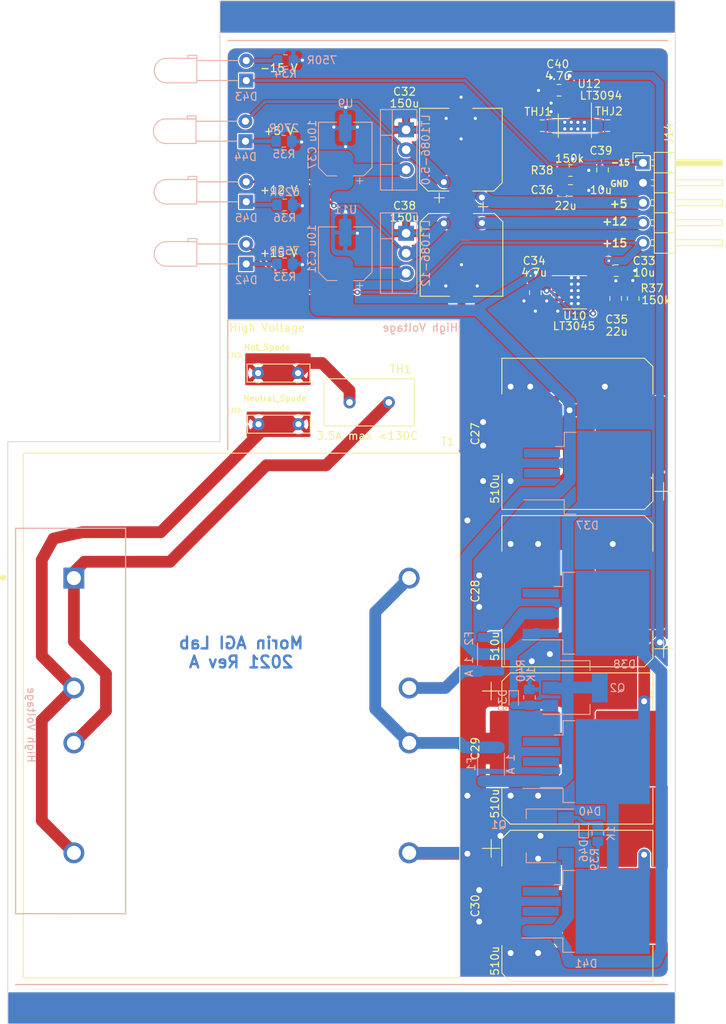
<source format=kicad_pcb>
(kicad_pcb (version 20171130) (host pcbnew 5.1.9-1.fc33)
  (layers (0 F.Cu power) (31 B.Cu power) (36 B.SilkS user) (37 F.SilkS user) (38 B.Mask user) (39 F.Mask user) (44 Edge.Cuts user))
  (net 0 "")
  (net 1 GND)
  (net 2 +5V)
  (net 3 +12V)
  (net 4 +15V)
  (net 5 "Net-(C35-Pad1)")
  (net 6 -15V)
  (net 7 "Net-(F1-Pad2)")
  (net 8 "Net-(T1-Pad1)")
  (net 9 "Net-(F2-Pad2)")
  (net 10 /unreg_pos_18VDC)
  (net 11 /unreg_neg_18VDC)
  (net 12 "Net-(D42-Pad1)")
  (net 13 "Net-(D44-Pad1)")
  (net 14 "Net-(J13-Pad1)")
  (net 15 "Net-(D45-Pad1)")
  (net 16 "Net-(C36-Pad2)")
  (net 17 "Net-(D43-Pad2)")
  (net 18 "Net-(J15-Pad1)")
  (net 19 /unfilt_pos)
  (net 20 /unfilt_neg)
  (net 21 "Net-(D39-Pad2)")
  (net 22 "Net-(D46-Pad2)")
  (module Diode_SMD:D_SOD-523 (layer B.Cu) (at 177.3 134.2 90)
    (fp_text reference D46 (at -2.8 0 90) (layer B.SilkS) (effects (justify mirror)))
    (fp_text value 20V)
    (pad 1 smd rect (at -0.7 0 270) (size 0.6 0.7) (layers B.Cu B.Paste B.Mask) (net 1 GND))
    (pad 2 smd rect (at 0.7 0 270) (size 0.6 0.7) (layers B.Cu B.Paste B.Mask) (net 22 "Net-(D46-Pad2)"))
  )
  (module Resistor_SMD:R_0805_2012Metric_Pad1.20x1.40mm_HandSolder (layer B.Cu) (at 179.1 134.8 270)
    (fp_text reference R39 (at 3.3 0.4 270) (layer B.SilkS) (effects (justify mirror)))
    (fp_text value 1K (at 0 -1.65 90) (layer B.SilkS) (effects (justify mirror)))
    (pad 2 smd roundrect (at 1 0 270) (size 1.2 1.4) (layers B.Cu B.Paste B.Mask) (roundrect_rratio 0.208333) (net 11 /unreg_neg_18VDC))
    (pad 1 smd roundrect (at -1 0 270) (size 1.2 1.4) (layers B.Cu B.Paste B.Mask) (roundrect_rratio 0.208333) (net 22 "Net-(D46-Pad2)"))
  )
  (module Package_TO_SOT_SMD:SOT-223 (layer B.Cu) (at 171.9 135.1 180)
    (fp_text reference Q1 (at 5.4 1.4) (layer B.SilkS) (effects (justify mirror)))
    (fp_text value IRFL014)
    (pad 1 smd rect (at -3.15 2.3 180) (size 2 1.5) (layers B.Cu B.Paste B.Mask) (net 22 "Net-(D46-Pad2)"))
    (pad 3 smd rect (at -3.15 -2.3 180) (size 2 1.5) (layers B.Cu B.Paste B.Mask) (net 20 /unfilt_neg))
    (pad 2 smd rect (at -3.15 0 180) (size 2 1.5) (layers B.Cu B.Paste B.Mask) (net 1 GND))
    (pad 4 smd rect (at 3.15 0 180) (size 2 3.8) (layers B.Cu B.Paste B.Mask) (net 1 GND))
  )
  (module Capacitor_SMD:CP_Elec_18x22 (layer F.Cu) (at 176.5 124)
    (fp_text reference C29 (at -13 0 90) (layer F.SilkS))
    (fp_text value 510u (at -10.5 7 90) (layer F.SilkS))
    (pad 1 smd roundrect (at -6.75 0) (size 8.8 9.6) (layers F.Cu F.Paste F.Mask) (roundrect_rratio 0.028) (net 1 GND))
    (pad 2 smd roundrect (at 6.75 0) (size 8.8 9.6) (layers F.Cu F.Paste F.Mask) (roundrect_rratio 0.028409) (net 11 /unreg_neg_18VDC))
  )
  (module Resistor_SMD:R_0805_2012Metric_Pad1.20x1.40mm_HandSolder (layer B.Cu) (at 170.4 117.5 90)
    (fp_text reference R40 (at 3.4 -1.1 90) (layer B.SilkS) (effects (justify mirror)))
    (fp_text value 1K (at 2.9 0.2 90) (layer B.SilkS) (effects (justify mirror)))
    (pad 2 smd roundrect (at 1 0 90) (size 1.2 1.4) (layers B.Cu B.Paste B.Mask) (roundrect_rratio 0.208333) (net 1 GND))
    (pad 1 smd roundrect (at -1 0 90) (size 1.2 1.4) (layers B.Cu B.Paste B.Mask) (roundrect_rratio 0.208333) (net 21 "Net-(D39-Pad2)"))
  )
  (module Package_TO_SOT_SMD:SOT-223 (layer B.Cu) (at 176.2 116.25)
    (fp_text reference Q2 (at 5.4 0.05) (layer B.SilkS) (effects (justify mirror)))
    (fp_text value IRFL014)
    (pad 1 smd rect (at -3.15 2.3) (size 2 1.5) (layers B.Cu B.Paste B.Mask) (net 21 "Net-(D39-Pad2)"))
    (pad 3 smd rect (at -3.15 -2.3) (size 2 1.5) (layers B.Cu B.Paste B.Mask) (net 1 GND))
    (pad 2 smd rect (at -3.15 0) (size 2 1.5) (layers B.Cu B.Paste B.Mask) (net 19 /unfilt_pos))
    (pad 4 smd rect (at 3.15 0) (size 2 3.8) (layers B.Cu B.Paste B.Mask) (net 19 /unfilt_pos))
  )
  (module Diode_SMD:D_SOD-523 (layer B.Cu) (at 168.4 117.8 270)
    (fp_text reference D39 (at 0.1 1.4 90) (layer B.SilkS) (effects (justify mirror)))
    (fp_text value 20V)
    (pad 1 smd rect (at -0.7 0 90) (size 0.6 0.7) (layers B.Cu B.Paste B.Mask) (net 10 /unreg_pos_18VDC))
    (pad 2 smd rect (at 0.7 0 90) (size 0.6 0.7) (layers B.Cu B.Paste B.Mask) (net 21 "Net-(D39-Pad2)"))
  )
  (module Capacitor_SMD:CP_Elec_18x22 (layer F.Cu) (at 176.5 84 180)
    (fp_text reference C27 (at 13 0 90) (layer F.SilkS))
    (fp_text value 510u (at 10.5 -7 90) (layer F.SilkS))
    (pad 1 smd roundrect (at -6.75 0 180) (size 8.8 9.6) (layers F.Cu F.Paste F.Mask) (roundrect_rratio 0.028409) (net 10 /unreg_pos_18VDC))
    (pad 2 smd roundrect (at 6.75 0 180) (size 8.8 9.6) (layers F.Cu F.Paste F.Mask) (roundrect_rratio 0.028) (net 1 GND))
  )
  (module MAGI_Footprints:C_0805_2012Metric_Pad1.18x1.45mm_HandSolder_Kelvin (layer F.Cu) (at 179.7 50.45 90)
    (fp_text reference C39 (at 2.45 -0.2 180) (layer F.SilkS))
    (fp_text value 10u (at -2.55 -0.2 180) (layer F.SilkS))
    (pad 2 smd roundrect (at 1.0375 0.4064 90) (size 1.175 0.5) (layers F.Cu F.Paste F.Mask) (roundrect_rratio 0.213) (net 6 -15V))
    (pad 1 smd roundrect (at -1.0414 0.4064 90) (size 1.175 0.5) (layers F.Cu F.Paste F.Mask) (roundrect_rratio 0.213) (net 1 GND))
    (pad 2 smd roundrect (at 1.0375 -0.4064 90) (size 1.175 0.5) (layers F.Cu F.Paste F.Mask) (roundrect_rratio 0.213) (net 6 -15V))
    (pad 1 smd roundrect (at -1.0668 -0.4064 90) (size 1.175 0.5) (layers F.Cu F.Paste F.Mask) (roundrect_rratio 0.213) (net 1 GND))
  )
  (module MAGI_Footprints:C_0805_2012Metric_Pad1.18x1.45mm_HandSolder_Kelvin (layer F.Cu) (at 181.45 63.25)
    (fp_text reference C33 (at 3.55 -1.25) (layer F.SilkS))
    (fp_text value 10u (at 3.55 0.25) (layer F.SilkS))
    (pad 2 smd roundrect (at 1.0375 0.4064) (size 1.175 0.5) (layers F.Cu F.Paste F.Mask) (roundrect_rratio 0.213) (net 1 GND))
    (pad 1 smd roundrect (at -1.0414 0.4064) (size 1.175 0.5) (layers F.Cu F.Paste F.Mask) (roundrect_rratio 0.213) (net 4 +15V))
    (pad 2 smd roundrect (at 1.0375 -0.4064) (size 1.175 0.5) (layers F.Cu F.Paste F.Mask) (roundrect_rratio 0.213) (net 1 GND))
    (pad 1 smd roundrect (at -1.0668 -0.4064) (size 1.175 0.5) (layers F.Cu F.Paste F.Mask) (roundrect_rratio 0.213) (net 4 +15V))
  )
  (module Resistor_SMD:R_0805_2012Metric_Pad1.20x1.40mm_HandSolder (layer F.Cu) (at 183.6 66.8 90)
    (fp_text reference R37 (at 1.3 2.4 180) (layer F.SilkS))
    (fp_text value 150k (at -0.2 2.9 180) (layer F.SilkS))
    (pad 2 smd roundrect (at 1 0 90) (size 1.2 1.4) (layers F.Cu F.Paste F.Mask) (roundrect_rratio 0.208333) (net 1 GND))
    (pad 1 smd roundrect (at -1 0 90) (size 1.2 1.4) (layers F.Cu F.Paste F.Mask) (roundrect_rratio 0.208333) (net 5 "Net-(C35-Pad1)"))
  )
  (module Capacitor_SMD:C_0805_2012Metric_Pad1.18x1.45mm_HandSolder (layer F.Cu) (at 181.375 66.775 90)
    (fp_text reference C35 (at -2.675 0.125) (layer F.SilkS))
    (fp_text value 22u (at -4.225 0.125) (layer F.SilkS))
    (pad 2 smd roundrect (at 1.0375 0 90) (size 1.175 1.45) (layers F.Cu F.Paste F.Mask) (roundrect_rratio 0.212766) (net 1 GND))
    (pad 1 smd roundrect (at -1.0375 0 90) (size 1.175 1.45) (layers F.Cu F.Paste F.Mask) (roundrect_rratio 0.212766) (net 5 "Net-(C35-Pad1)"))
  )
  (module Capacitor_SMD:C_0805_2012Metric_Pad1.18x1.45mm_HandSolder (layer F.Cu) (at 171.15 66.05 270)
    (fp_text reference C34 (at -4.05 0.15) (layer F.SilkS))
    (fp_text value 4.7u (at -2.55 0.15 180) (layer F.SilkS))
    (pad 2 smd roundrect (at 1.0375 0 270) (size 1.175 1.45) (layers F.Cu F.Paste F.Mask) (roundrect_rratio 0.212766) (net 1 GND))
    (pad 1 smd roundrect (at -1.0375 0 270) (size 1.175 1.45) (layers F.Cu F.Paste F.Mask) (roundrect_rratio 0.212766) (net 10 /unreg_pos_18VDC))
  )
  (module Package_SO:MSOP-12-1EP_3x4mm_P0.65mm_EP1.65x2.85mm (layer F.Cu) (at 176.175 66)
    (fp_text reference U10 (at -0.005 2.99 180) (layer F.SilkS))
    (fp_text value LT3045 (at -0.105 4.3 180) (layer F.SilkS))
    (pad 1 smd roundrect (at -2.15 -1.625) (size 1.45 0.4) (layers F.Cu F.Paste F.Mask) (net 10 /unreg_pos_18VDC))
    (pad 2 smd roundrect (at -2.15 -0.975) (size 1.45 0.4) (layers F.Cu F.Paste F.Mask) (net 10 /unreg_pos_18VDC))
    (pad 3 smd roundrect (at -2.15 -0.325) (size 1.45 0.4) (layers F.Cu F.Paste F.Mask))
    (pad 4 smd roundrect (at -2.15 0.325) (size 1.45 0.4) (layers F.Cu F.Paste F.Mask))
    (pad 5 smd roundrect (at -2.15 0.975) (size 1.45 0.4) (layers F.Cu F.Paste F.Mask))
    (pad 6 smd roundrect (at -2.15 1.625) (size 1.45 0.4) (layers F.Cu F.Paste F.Mask) (net 1 GND))
    (pad 7 smd roundrect (at 2.15 1.625) (size 1.45 0.4) (layers F.Cu F.Paste F.Mask) (net 10 /unreg_pos_18VDC))
    (pad 8 smd roundrect (at 2.15 0.975) (size 1.45 0.4) (layers F.Cu F.Paste F.Mask) (net 5 "Net-(C35-Pad1)"))
    (pad 9 smd roundrect (at 2.15 0.325) (size 1.45 0.4) (layers F.Cu F.Paste F.Mask) (net 1 GND))
    (pad 10 smd roundrect (at 2.15 -0.325) (size 1.45 0.4) (layers F.Cu F.Paste F.Mask) (net 4 +15V))
    (pad 11 smd roundrect (at 2.15 -0.975) (size 1.45 0.4) (layers F.Cu F.Paste F.Mask) (net 4 +15V))
    (pad 12 smd roundrect (at 2.15 -1.625) (size 1.45 0.4) (layers F.Cu F.Paste F.Mask) (net 4 +15V))
    (pad 13 smd rect (at 0 0) (size 1.65 2.85) (layers F.Cu F.Mask) (net 1 GND))
  )
  (module Package_SO:MSOP-12-1EP_3x4mm_P0.65mm_EP1.65x2.85mm (layer F.Cu) (at 176.175 44.825 270)
    (fp_text reference U12 (at -5.325 -1.825 180) (layer F.SilkS))
    (fp_text value LT3094 (at -3.825 -3.325) (layer F.SilkS))
    (pad 13 smd rect (at 0 0 270) (size 1.65 2.85) (layers F.Cu F.Mask) (net 11 /unreg_neg_18VDC))
    (pad 12 smd roundrect (at 2.15 -1.625 270) (size 1.45 0.4) (layers F.Cu F.Paste F.Mask) (net 6 -15V))
    (pad 11 smd roundrect (at 2.15 -0.975 270) (size 1.45 0.4) (layers F.Cu F.Paste F.Mask) (net 6 -15V))
    (pad 10 smd roundrect (at 2.15 -0.325 270) (size 1.45 0.4) (layers F.Cu F.Paste F.Mask) (net 6 -15V))
    (pad 9 smd roundrect (at 2.15 0.325 270) (size 1.45 0.4) (layers F.Cu F.Paste F.Mask) (net 1 GND))
    (pad 8 smd roundrect (at 2.15 0.975 270) (size 1.45 0.4) (layers F.Cu F.Paste F.Mask) (net 16 "Net-(C36-Pad2)"))
    (pad 7 smd roundrect (at 2.15 1.625 270) (size 1.45 0.4) (layers F.Cu F.Paste F.Mask))
    (pad 6 smd roundrect (at -2.15 1.625 270) (size 1.45 0.4) (layers F.Cu F.Paste F.Mask) (net 1 GND))
    (pad 5 smd roundrect (at -2.15 0.975 270) (size 1.45 0.4) (layers F.Cu F.Paste F.Mask) (net 11 /unreg_neg_18VDC))
    (pad 4 smd roundrect (at -2.15 0.325 270) (size 1.45 0.4) (layers F.Cu F.Paste F.Mask))
    (pad 3 smd roundrect (at -2.15 -0.325 270) (size 1.45 0.4) (layers F.Cu F.Paste F.Mask) (net 11 /unreg_neg_18VDC))
    (pad 2 smd roundrect (at -2.15 -0.975 270) (size 1.45 0.4) (layers F.Cu F.Paste F.Mask) (net 11 /unreg_neg_18VDC))
    (pad 1 smd roundrect (at -2.15 -1.625 270) (size 1.45 0.4) (layers F.Cu F.Paste F.Mask) (net 11 /unreg_neg_18VDC))
  )
  (module Capacitor_SMD:C_0805_2012Metric_Pad1.18x1.45mm_HandSolder (layer F.Cu) (at 180.38 44.82)
    (fp_text reference THJ2 (at 0.12 -1.82) (layer F.SilkS))
    (fp_text value "Thermal Jumper" hide)
    (pad 2 smd roundrect (at 1.0375 0) (size 1.175 1.45) (layers F.Cu F.Paste F.Mask) (roundrect_rratio 0.213) (net 1 GND))
    (pad 1 smd roundrect (at -1.0375 0) (size 1.175 1.45) (layers F.Cu F.Paste F.Mask) (roundrect_rratio 0.213) (net 11 /unreg_neg_18VDC))
  )
  (module Capacitor_SMD:C_0805_2012Metric_Pad1.18x1.45mm_HandSolder (layer F.Cu) (at 172.0425 44.83 180)
    (fp_text reference THJ1 (at 0.5425 1.78 180) (layer F.SilkS))
    (fp_text value "Thermal Jumper")
    (pad 2 smd roundrect (at 1.0375 0 180) (size 1.175 1.45) (layers F.Cu F.Paste F.Mask) (roundrect_rratio 0.213) (net 1 GND))
    (pad 1 smd roundrect (at -1.0375 0 180) (size 1.175 1.45) (layers F.Cu F.Paste F.Mask) (roundrect_rratio 0.213) (net 11 /unreg_neg_18VDC))
  )
  (module Resistor_SMD:R_0805_2012Metric_Pad1.20x1.40mm_HandSolder (layer F.Cu) (at 175.625 50.525 180)
    (fp_text reference R38 (at 3.625 0.025 180) (layer F.SilkS))
    (fp_text value 150k (at 0.125 1.525 180) (layer F.SilkS))
    (pad 1 smd roundrect (at -1 0 180) (size 1.2 1.4) (layers F.Cu F.Paste F.Mask) (roundrect_rratio 0.208333) (net 1 GND))
    (pad 2 smd roundrect (at 1 0 180) (size 1.2 1.4) (layers F.Cu F.Paste F.Mask) (roundrect_rratio 0.208333) (net 16 "Net-(C36-Pad2)"))
  )
  (module Capacitor_SMD:C_0805_2012Metric_Pad1.18x1.45mm_HandSolder (layer F.Cu) (at 174.1625 40.325)
    (fp_text reference C40 (at -0.1625 -3.325 180) (layer F.SilkS))
    (fp_text value 4.7u (at -0.1625 -1.825 180) (layer F.SilkS))
    (pad 2 smd roundrect (at 1.0375 0) (size 1.175 1.45) (layers F.Cu F.Paste F.Mask) (roundrect_rratio 0.212766) (net 11 /unreg_neg_18VDC))
    (pad 1 smd roundrect (at -1.0375 0) (size 1.175 1.45) (layers F.Cu F.Paste F.Mask) (roundrect_rratio 0.212766) (net 1 GND))
  )
  (module Capacitor_SMD:C_0805_2012Metric_Pad1.18x1.45mm_HandSolder (layer F.Cu) (at 175.6185 53.058 180)
    (fp_text reference C36 (at 3.6185 0.058 180) (layer F.SilkS))
    (fp_text value 22u (at 0.6185 -1.942 180) (layer F.SilkS))
    (pad 1 smd roundrect (at -1.0375 0 180) (size 1.175 1.45) (layers F.Cu F.Paste F.Mask) (roundrect_rratio 0.212766) (net 1 GND))
    (pad 2 smd roundrect (at 1.0375 0 180) (size 1.175 1.45) (layers F.Cu F.Paste F.Mask) (roundrect_rratio 0.212766) (net 16 "Net-(C36-Pad2)"))
  )
  (module Capacitor_SMD:CP_Elec_18x22 (layer F.Cu) (at 176.5 104 180)
    (fp_text reference C28 (at 13 0 90) (layer F.SilkS))
    (fp_text value 510u (at 10.5 -7 90) (layer F.SilkS))
    (pad 2 smd roundrect (at 6.75 0 180) (size 8.8 9.6) (layers F.Cu F.Paste F.Mask) (roundrect_rratio 0.028) (net 1 GND))
    (pad 1 smd roundrect (at -6.75 0 180) (size 8.8 9.6) (layers F.Cu F.Paste F.Mask) (roundrect_rratio 0.028409) (net 10 /unreg_pos_18VDC))
  )
  (module MAGI_Footprints:XFMR_VPP28-1060 (layer F.Cu) (at 133.75 119.8 270)
    (fp_text reference T1 (at -34.8 -26.25) (layer F.SilkS))
    (fp_text value VPP28-1060 hide)
    (pad None np_thru_hole circle (at 27.7749 -22.225 270) (size 3.9624 3.9624) (drill 3.9624) (layers *.Cu *.Mask))
    (pad None np_thru_hole circle (at -27.7749 -22.225 270) (size 3.9624 3.9624) (drill 3.9624) (layers *.Cu *.Mask))
    (pad None np_thru_hole circle (at 27.7749 22.225 270) (size 3.9624 3.9624) (drill 3.9624) (layers *.Cu *.Mask))
    (pad None np_thru_hole circle (at -27.7749 22.225 270) (size 3.9624 3.9624) (drill 3.9624) (layers *.Cu *.Mask))
    (pad 12 thru_hole circle (at 17.4625 -21.336 270) (size 2.667 2.667) (drill 1.778) (layers *.Cu *.Mask) (net 1 GND))
    (pad 10 thru_hole circle (at 3.4925 -21.336 270) (size 2.667 2.667) (drill 1.778) (layers *.Cu *.Mask) (net 7 "Net-(F1-Pad2)"))
    (pad 9 thru_hole circle (at -3.4925 -21.336 270) (size 2.667 2.667) (drill 1.778) (layers *.Cu *.Mask) (net 9 "Net-(F2-Pad2)"))
    (pad 7 thru_hole circle (at -17.4625 -21.336 270) (size 2.667 2.667) (drill 1.778) (layers *.Cu *.Mask) (net 7 "Net-(F1-Pad2)"))
    (pad 6 thru_hole circle (at 17.4625 21.336 270) (size 2.667 2.667) (drill 1.778) (layers *.Cu *.Mask) (net 18 "Net-(J15-Pad1)"))
    (pad 4 thru_hole circle (at 3.4925 21.336 270) (size 2.667 2.667) (drill 1.778) (layers *.Cu *.Mask) (net 8 "Net-(T1-Pad1)"))
    (pad 3 thru_hole circle (at -3.4925 21.336 270) (size 2.667 2.667) (drill 1.778) (layers *.Cu *.Mask) (net 18 "Net-(J15-Pad1)"))
    (pad 1 thru_hole rect (at -17.4625 21.336 270) (size 2.667 2.667) (drill 1.778) (layers *.Cu *.Mask) (net 8 "Net-(T1-Pad1)"))
  )
  (module MAGI_Footprints:p250_spade (layer F.Cu) (at 138.45 82.9)
    (fp_text reference J15 (at -5.45 -1.9 180) (layer F.SilkS) (effects (font (size 0.5 0.5) (thickness 0.125))))
    (fp_text value Neutral_Spade (at -0.45 -3.4) (layer F.SilkS) (effects (font (size 0.75 0.75))))
    (pad 1 thru_hole circle (at 2.54 -0.127) (size 1.524 1.524) (drill 0.762) (layers *.Cu *.Mask) (net 18 "Net-(J15-Pad1)"))
    (pad 1 thru_hole circle (at -2.54 -0.127) (size 1.524 1.524) (drill 0.762) (layers *.Cu *.Mask) (net 18 "Net-(J15-Pad1)"))
  )
  (module MAGI_Footprints:p250_spade (layer F.Cu) (at 138.4 76.4)
    (fp_text reference J13 (at -5.4 -2.4) (layer F.SilkS) (effects (font (size 0.5 0.5) (thickness 0.125))))
    (fp_text value Hot_Spade (at -1.4 -3.4) (layer F.SilkS) (effects (font (size 0.75 0.75))))
    (pad 1 thru_hole circle (at 2.54 -0.127) (size 1.524 1.524) (drill 0.762) (layers *.Cu *.Mask) (net 14 "Net-(J13-Pad1)"))
    (pad 1 thru_hole circle (at -2.54 -0.127) (size 1.524 1.524) (drill 0.762) (layers *.Cu *.Mask) (net 14 "Net-(J13-Pad1)"))
  )
  (module Capacitor_SMD:CP_Elec_18x22 (layer F.Cu) (at 176.5 144)
    (fp_text reference C30 (at -13 0 90) (layer F.SilkS))
    (fp_text value 510u (at -10.5 7 90) (layer F.SilkS))
    (pad 2 smd roundrect (at 6.75 0) (size 8.8 9.6) (layers F.Cu F.Paste F.Mask) (roundrect_rratio 0.028) (net 11 /unreg_neg_18VDC))
    (pad 1 smd roundrect (at -6.75 0) (size 8.8 9.6) (layers F.Cu F.Paste F.Mask) (roundrect_rratio 0.028) (net 1 GND))
  )
  (module Connector_PinHeader_2.54mm:PinHeader_1x05_P2.54mm_Horizontal (layer F.Cu) (at 184.85 49.55)
    (fp_text reference J14 (at 3.3 -3.75 -90) (layer F.SilkS))
    (fp_text value "Power Outputs")
    (pad 1 thru_hole rect (at 0 0) (size 1.7 1.7) (drill 1) (layers *.Cu *.Mask) (net 6 -15V))
    (pad 2 thru_hole oval (at 0 2.54) (size 1.7 1.7) (drill 1) (layers *.Cu *.Mask) (net 1 GND))
    (pad 3 thru_hole oval (at 0 5.08) (size 1.7 1.7) (drill 1) (layers *.Cu *.Mask) (net 2 +5V))
    (pad 4 thru_hole oval (at 0 7.62) (size 1.7 1.7) (drill 1) (layers *.Cu *.Mask) (net 3 +12V))
    (pad 5 thru_hole oval (at 0 10.16) (size 1.7 1.7) (drill 1) (layers *.Cu *.Mask) (net 4 +15V))
  )
  (module LED_THT:LED_D3.0mm_Horizontal_O6.35mm_Z2.0mm (layer B.Cu) (at 134.35 39.09 90)
    (fp_text reference D43 (at -2.05 0) (layer B.SilkS) (effects (justify mirror)))
    (fp_text value LED)
    (pad 2 thru_hole circle (at 2.54 0 90) (size 1.8 1.8) (drill 0.9) (layers *.Cu *.Mask) (net 17 "Net-(D43-Pad2)"))
    (pad 1 thru_hole rect (at 0 0 90) (size 1.8 1.8) (drill 0.9) (layers *.Cu *.Mask) (net 6 -15V))
  )
  (module LED_THT:LED_D3.0mm_Horizontal_O6.35mm_Z2.0mm (layer B.Cu) (at 134.35 54.5 90)
    (fp_text reference D45 (at -2.05 0) (layer B.SilkS) (effects (justify mirror)))
    (fp_text value LED)
    (pad 2 thru_hole circle (at 2.54 0 90) (size 1.8 1.8) (drill 0.9) (layers *.Cu *.Mask) (net 3 +12V))
    (pad 1 thru_hole rect (at 0 0 90) (size 1.8 1.8) (drill 0.9) (layers *.Cu *.Mask) (net 15 "Net-(D45-Pad1)"))
  )
  (module LED_THT:LED_D3.0mm_Horizontal_O6.35mm_Z2.0mm (layer B.Cu) (at 134.35 62.4 90)
    (fp_text reference D42 (at -2.05 0) (layer B.SilkS) (effects (justify mirror)))
    (fp_text value LED)
    (pad 2 thru_hole circle (at 2.54 0 90) (size 1.8 1.8) (drill 0.9) (layers *.Cu *.Mask) (net 4 +15V))
    (pad 1 thru_hole rect (at 0 0 90) (size 1.8 1.8) (drill 0.9) (layers *.Cu *.Mask) (net 12 "Net-(D42-Pad1)"))
  )
  (module LED_THT:LED_D3.0mm_Horizontal_O6.35mm_Z2.0mm (layer B.Cu) (at 134.25 46.8 90)
    (fp_text reference D44 (at -2 0) (layer B.SilkS) (effects (justify mirror)))
    (fp_text value LED)
    (pad 2 thru_hole circle (at 2.54 0 90) (size 1.8 1.8) (drill 0.9) (layers *.Cu *.Mask) (net 2 +5V))
    (pad 1 thru_hole rect (at 0 0 90) (size 1.8 1.8) (drill 0.9) (layers *.Cu *.Mask) (net 13 "Net-(D44-Pad1)"))
  )
  (module Resistor_SMD:R_0805_2012Metric_Pad1.20x1.40mm_HandSolder (layer B.Cu) (at 139.35 36.55)
    (fp_text reference R34 (at 0 1.65) (layer B.SilkS) (effects (justify mirror)))
    (fp_text value 750R (at 4.65 -0.05) (layer B.SilkS) (effects (justify mirror)))
    (pad 2 smd roundrect (at 1 0) (size 1.2 1.4) (layers B.Cu B.Paste B.Mask) (roundrect_rratio 0.208333) (net 1 GND))
    (pad 1 smd roundrect (at -1 0) (size 1.2 1.4) (layers B.Cu B.Paste B.Mask) (roundrect_rratio 0.208333) (net 17 "Net-(D43-Pad2)"))
  )
  (module Resistor_SMD:R_0805_2012Metric_Pad1.20x1.40mm_HandSolder (layer B.Cu) (at 139.25 54.9)
    (fp_text reference R36 (at 0 1.65) (layer B.SilkS) (effects (justify mirror)))
    (fp_text value 620R (at 0 -1.65) (layer B.SilkS) (effects (justify mirror)))
    (pad 2 smd roundrect (at 1 0) (size 1.2 1.4) (layers B.Cu B.Paste B.Mask) (roundrect_rratio 0.208333) (net 1 GND))
    (pad 1 smd roundrect (at -1 0) (size 1.2 1.4) (layers B.Cu B.Paste B.Mask) (roundrect_rratio 0.208333) (net 15 "Net-(D45-Pad1)"))
  )
  (module Resistor_SMD:R_0805_2012Metric_Pad1.20x1.40mm_HandSolder (layer B.Cu) (at 139.25 62.4)
    (fp_text reference R33 (at 0 1.65) (layer B.SilkS) (effects (justify mirror)))
    (fp_text value 750R (at 0 -1.65) (layer B.SilkS) (effects (justify mirror)))
    (pad 2 smd roundrect (at 1 0) (size 1.2 1.4) (layers B.Cu B.Paste B.Mask) (roundrect_rratio 0.208333) (net 1 GND))
    (pad 1 smd roundrect (at -1 0) (size 1.2 1.4) (layers B.Cu B.Paste B.Mask) (roundrect_rratio 0.208333) (net 12 "Net-(D42-Pad1)"))
  )
  (module Resistor_SMD:R_0805_2012Metric_Pad1.20x1.40mm_HandSolder (layer B.Cu) (at 139.15 46.8)
    (fp_text reference R35 (at 0 1.65) (layer B.SilkS) (effects (justify mirror)))
    (fp_text value 270R (at 0 -1.65) (layer B.SilkS) (effects (justify mirror)))
    (pad 2 smd roundrect (at 1 0) (size 1.2 1.4) (layers B.Cu B.Paste B.Mask) (roundrect_rratio 0.208333) (net 1 GND))
    (pad 1 smd roundrect (at -1 0) (size 1.2 1.4) (layers B.Cu B.Paste B.Mask) (roundrect_rratio 0.208333) (net 13 "Net-(D44-Pad1)"))
  )
  (module "MAGI_Footprints:NTC d=11.5 p=5mm w=6mm" (layer F.Cu) (at 150 80 180)
    (fp_text reference TH1 (at -4 4.25) (layer F.SilkS))
    (fp_text value "3.5A max <130C" (at 0.25 -4.25) (layer F.SilkS))
    (pad 1 thru_hole circle (at -2.5 0 180) (size 1.55 1.55) (drill 0.85) (layers *.Cu *.Mask) (net 8 "Net-(T1-Pad1)"))
    (pad 2 thru_hole circle (at 2.5 0 180) (size 1.55 1.55) (drill 0.85) (layers *.Cu *.Mask) (net 14 "Net-(J13-Pad1)"))
  )
  (module Capacitor_SMD:CP_Elec_6.3x5.8 (layer B.Cu) (at 146.95 61.1 90)
    (fp_text reference C31 (at -1.05 -4.25 90) (layer B.SilkS) (effects (justify mirror)))
    (fp_text value 10u (at 2.3 -4.25 90) (layer B.SilkS) (effects (justify mirror)))
    (pad 1 smd roundrect (at -2.7 0 90) (size 3.5 1.6) (layers B.Cu B.Paste B.Mask) (roundrect_rratio 0.15625) (net 10 /unreg_pos_18VDC))
    (pad 2 smd roundrect (at 2.7 0 90) (size 3.5 1.6) (layers B.Cu B.Paste B.Mask) (roundrect_rratio 0.15625) (net 1 GND))
  )
  (module Capacitor_SMD:CP_Elec_10x10 (layer F.Cu) (at 161.675 47.875 90)
    (fp_text reference C32 (at 7.375 -7.175 180) (layer F.SilkS))
    (fp_text value 150u (at 5.875 -7.175 180) (layer F.SilkS))
    (pad 2 smd roundrect (at 4 0 90) (size 4 2.5) (layers F.Cu F.Paste F.Mask) (roundrect_rratio 0.1) (net 1 GND))
    (pad 1 smd roundrect (at -4 0 90) (size 4 2.5) (layers F.Cu F.Paste F.Mask) (roundrect_rratio 0.1) (net 2 +5V))
  )
  (module Capacitor_SMD:CP_Elec_6.3x5.8 (layer B.Cu) (at 146.95 47.8 90)
    (fp_text reference C37 (at -1.1 -4.2 90) (layer B.SilkS) (effects (justify mirror)))
    (fp_text value 10u (at 2.3 -4.2 90) (layer B.SilkS) (effects (justify mirror)))
    (pad 2 smd roundrect (at 2.7 0 90) (size 3.5 1.6) (layers B.Cu B.Paste B.Mask) (roundrect_rratio 0.15625) (net 1 GND))
    (pad 1 smd roundrect (at -2.7 0 90) (size 3.5 1.6) (layers B.Cu B.Paste B.Mask) (roundrect_rratio 0.15625) (net 10 /unreg_pos_18VDC))
  )
  (module Capacitor_SMD:CP_Elec_10x10 (layer F.Cu) (at 161.75 61.25 270)
    (fp_text reference C38 (at -6.25 7.25) (layer F.SilkS))
    (fp_text value 150u (at -4.75 7.25) (layer F.SilkS))
    (pad 2 smd roundrect (at 4 0 270) (size 4 2.5) (layers F.Cu F.Paste F.Mask) (roundrect_rratio 0.1) (net 1 GND))
    (pad 1 smd roundrect (at -4 0 270) (size 4 2.5) (layers F.Cu F.Paste F.Mask) (roundrect_rratio 0.1) (net 3 +12V))
  )
  (module Package_TO_SOT_SMD:TO-263-3_TabPin2 (layer B.Cu) (at 177.775 89)
    (fp_text reference D37 (at 0 6.65 180) (layer B.SilkS) (effects (justify mirror)))
    (fp_text value D)
    (pad 1 smd rect (at -5.775 2.54) (size 4.6 1.1) (layers B.Cu B.Paste B.Mask) (net 10 /unreg_pos_18VDC))
    (pad 2 smd rect (at -5.775 0) (size 4.6 1.1) (layers B.Cu B.Paste B.Mask) (net 19 /unfilt_pos))
    (pad 3 smd rect (at -5.775 -2.54) (size 4.6 1.1) (layers B.Cu B.Paste B.Mask))
    (pad 2 smd rect (at 3.375 0) (size 9.4 10.8) (layers B.Cu B.Mask) (net 19 /unfilt_pos))
  )
  (module Package_TO_SOT_SMD:TO-263-3_TabPin2 (layer B.Cu) (at 177.6 106.8)
    (fp_text reference D38 (at 4.9 6.5 180) (layer B.SilkS) (effects (justify mirror)))
    (fp_text value D)
    (pad 2 smd rect (at 3.375 0) (size 9.4 10.8) (layers B.Cu B.Mask) (net 20 /unfilt_neg))
    (pad 3 smd rect (at -5.775 -2.54) (size 4.6 1.1) (layers B.Cu B.Paste B.Mask))
    (pad 2 smd rect (at -5.775 0) (size 4.6 1.1) (layers B.Cu B.Paste B.Mask) (net 20 /unfilt_neg))
    (pad 1 smd rect (at -5.775 2.54) (size 4.6 1.1) (layers B.Cu B.Paste B.Mask) (net 10 /unreg_pos_18VDC))
  )
  (module Package_TO_SOT_SMD:TO-263-3_TabPin2 (layer B.Cu) (at 177.625 125.666666)
    (fp_text reference D40 (at 0.475 6.333334) (layer B.SilkS) (effects (justify mirror)))
    (fp_text value D)
    (pad 1 smd rect (at -5.775 2.54) (size 4.6 1.1) (layers B.Cu B.Paste B.Mask) (net 19 /unfilt_pos))
    (pad 2 smd rect (at -5.775 0) (size 4.6 1.1) (layers B.Cu B.Paste B.Mask) (net 11 /unreg_neg_18VDC))
    (pad 3 smd rect (at -5.775 -2.54) (size 4.6 1.1) (layers B.Cu B.Paste B.Mask))
    (pad 2 smd rect (at 3.375 0) (size 9.4 10.8) (layers B.Cu B.Mask) (net 11 /unreg_neg_18VDC))
  )
  (module Package_TO_SOT_SMD:TO-263-3_TabPin2 (layer B.Cu) (at 177.6 144.7)
    (fp_text reference D41 (at 0 6.65 180) (layer B.SilkS) (effects (justify mirror)))
    (fp_text value D)
    (pad 2 smd rect (at 3.375 0) (size 9.4 10.8) (layers B.Cu B.Mask) (net 11 /unreg_neg_18VDC))
    (pad 3 smd rect (at -5.775 -2.54) (size 4.6 1.1) (layers B.Cu B.Paste B.Mask))
    (pad 2 smd rect (at -5.775 0) (size 4.6 1.1) (layers B.Cu B.Paste B.Mask) (net 11 /unreg_neg_18VDC))
    (pad 1 smd rect (at -5.775 2.54) (size 4.6 1.1) (layers B.Cu B.Paste B.Mask) (net 20 /unfilt_neg))
  )
  (module Fuse:Fuse_1812_4532Metric (layer B.Cu) (at 165.5 126 90)
    (fp_text reference F1 (at 0 -2.5 270) (layer B.SilkS) (effects (justify mirror)))
    (fp_text value "1 A" (at 0 2.5 270) (layer B.SilkS) (effects (justify mirror)))
    (pad 2 smd roundrect (at 2.1375 0 90) (size 1.125 3.4) (layers B.Cu B.Paste B.Mask) (roundrect_rratio 0.222222) (net 7 "Net-(F1-Pad2)"))
    (pad 1 smd roundrect (at -2.1375 0 90) (size 1.125 3.4) (layers B.Cu B.Paste B.Mask) (roundrect_rratio 0.222222) (net 19 /unfilt_pos))
  )
  (module Fuse:Fuse_1812_4532Metric (layer B.Cu) (at 165.5 112 270)
    (fp_text reference F2 (at -2 2.8 270) (layer B.SilkS) (effects (justify mirror)))
    (fp_text value "1 A" (at 1.6 2.8 270) (layer B.SilkS) (effects (justify mirror)))
    (pad 1 smd roundrect (at -2.1375 0 270) (size 1.125 3.4) (layers B.Cu B.Paste B.Mask) (roundrect_rratio 0.222222) (net 20 /unfilt_neg))
    (pad 2 smd roundrect (at 2.1375 0 270) (size 1.125 3.4) (layers B.Cu B.Paste B.Mask) (roundrect_rratio 0.222222) (net 9 "Net-(F2-Pad2)"))
  )
  (module Package_TO_SOT_THT:TO-220-3_Vertical (layer B.Cu) (at 154.7 45.35 270)
    (fp_text reference U9 (at -3.35 7.7 180) (layer B.SilkS) (effects (justify mirror)))
    (fp_text value LT1086-5.0 (at 2.54 -2.5 90) (layer B.SilkS) (effects (justify mirror)))
    (pad 1 thru_hole rect (at 0 0 270) (size 1.905 2) (drill 1.1) (layers *.Cu *.Mask) (net 1 GND))
    (pad 2 thru_hole oval (at 2.54 0 270) (size 1.905 2) (drill 1.1) (layers *.Cu *.Mask) (net 2 +5V))
    (pad 3 thru_hole oval (at 5.08 0 270) (size 1.905 2) (drill 1.1) (layers *.Cu *.Mask) (net 10 /unreg_pos_18VDC))
  )
  (module Package_TO_SOT_THT:TO-220-3_Vertical (layer B.Cu) (at 154.7 58.5 270)
    (fp_text reference U11 (at -3 7.7 180) (layer B.SilkS) (effects (justify mirror)))
    (fp_text value LT1086-12 (at 2.54 -2.5 90) (layer B.SilkS) (effects (justify mirror)))
    (pad 3 thru_hole oval (at 5.08 0 270) (size 1.905 2) (drill 1.1) (layers *.Cu *.Mask) (net 10 /unreg_pos_18VDC))
    (pad 2 thru_hole oval (at 2.54 0 270) (size 1.905 2) (drill 1.1) (layers *.Cu *.Mask) (net 3 +12V))
    (pad 1 thru_hole rect (at 0 0 270) (size 1.905 2) (drill 1.1) (layers *.Cu *.Mask) (net 1 GND))
  )
  (gr_line (start 105 154) (end 188 154) (layer B.SilkS) (width 0.15))
  (gr_line (start 132 34) (end 188 34) (layer B.SilkS) (width 0.15))
  (gr_text "-15 V" (at 138.5 37.5) (layer F.SilkS) (effects (font (size 1 1))))
  (gr_text "+5 V" (at 138.5 45.5) (layer F.SilkS) (effects (font (size 1 1))))
  (gr_text "+12 V" (at 138.5 53) (layer F.SilkS) (effects (font (size 1 1))))
  (gr_text "+15 V" (at 138.5 61) (layer F.SilkS) (effects (font (size 1 1))))
  (gr_text "High Voltage" (at 156.5 70.5) (layer B.SilkS) (effects (font (size 1 1)) (justify mirror)))
  (gr_line (start 161.5 69.5) (end 161.5 86) (layer B.SilkS) (width 0.15))
  (gr_line (start 132 69.5) (end 161.5 69.5) (layer B.SilkS) (width 0.15))
  (gr_line (start 132 86) (end 132 69.5) (layer B.SilkS) (width 0.15))
  (gr_text "High Voltage" (at 107 121 270) (layer B.SilkS) (effects (font (size 1 1)) (justify mirror)))
  (gr_line (start 105 145) (end 105 96) (layer B.SilkS) (width 0.15))
  (gr_line (start 119 145) (end 105 145) (layer B.SilkS) (width 0.15))
  (gr_line (start 119 96) (end 119 145) (layer B.SilkS) (width 0.15))
  (gr_line (start 105 96) (end 119 96) (layer B.SilkS) (width 0.15))
  (gr_text "High Voltage" (at 137 70.5) (layer F.SilkS) (effects (font (size 1 1))))
  (gr_line (start 132 86) (end 132 69.5) (layer F.SilkS) (width 0.15))
  (gr_line (start 161.5 69.5) (end 161.5 86) (layer F.SilkS) (width 0.15))
  (gr_line (start 132 69.5) (end 161.5 69.5) (layer F.SilkS) (width 0.15))
  (gr_text -15 (at 182 49.5) (layer F.SilkS) (effects (font (size 0.75 0.75) (thickness 0.1875))))
  (gr_text GND (at 181.85 52.2) (layer F.SilkS) (effects (font (size 0.75 0.75) (thickness 0.1875))))
  (gr_text +5 (at 181.75 54.75) (layer F.SilkS) (effects (font (size 1 1) (thickness 0.2))))
  (gr_text +12 (at 181.25 57) (layer F.SilkS) (effects (font (size 1 1) (thickness 0.2))))
  (gr_line (start 131 85) (end 131 28.9) (layer Edge.Cuts) (width 0.1))
  (gr_line (start 104 85) (end 131 85) (layer Edge.Cuts) (width 0.1))
  (gr_line (start 104 104.9) (end 104 85) (layer Edge.Cuts) (width 0.1))
  (gr_text +15 (at 181.25 59.75) (layer F.SilkS) (effects (font (size 1 1) (thickness 0.2))))
  (gr_text "Morin AGI Lab\n2021 Rev A" (at 133.7 111.8) (layer B.Cu) (effects (font (size 1.5 1.5) (thickness 0.3)) (justify mirror)))
  (gr_line (start 132 34) (end 188 34) (layer F.SilkS) (width 0.15))
  (gr_line (start 105 154) (end 188 154) (layer F.SilkS) (width 0.15))
  (gr_line (start 131 28.9) (end 188.95 28.9) (layer Edge.Cuts) (width 0.1))
  (gr_line (start 104 159) (end 104 104.9) (layer Edge.Cuts) (width 0.1))
  (gr_line (start 188.95 159) (end 188.95 28.9) (layer Edge.Cuts) (width 0.1))
  (gr_line (start 188.95 159) (end 104 159) (layer Edge.Cuts) (width 0.1))
  (via (at 175.75 66.625) (size 0.8) (drill 0.4) (layers F.Cu B.Cu) (net 1))
  (via (at 175.75 65.8) (size 0.8) (drill 0.4) (layers F.Cu B.Cu) (net 1))
  (via (at 175.75 64.975) (size 0.8) (drill 0.4) (layers F.Cu B.Cu) (net 1))
  (via (at 176.6 65.8) (size 0.8) (drill 0.4) (layers F.Cu B.Cu) (net 1))
  (via (at 176.6 64.15) (size 0.8) (drill 0.4) (layers F.Cu B.Cu) (net 1))
  (via (at 176.6 67.45) (size 0.8) (drill 0.4) (layers F.Cu B.Cu) (net 1))
  (via (at 175.75 67.45) (size 0.8) (drill 0.4) (layers F.Cu B.Cu) (net 1))
  (via (at 176.6 66.625) (size 0.8) (drill 0.4) (layers F.Cu B.Cu) (net 1))
  (via (at 175.75 64.15) (size 0.8) (drill 0.4) (layers F.Cu B.Cu) (net 1))
  (via (at 176.6 64.975) (size 0.8) (drill 0.4) (layers F.Cu B.Cu) (net 1))
  (via (at 147 55.75) (size 0.8) (drill 0.4) (layers F.Cu B.Cu) (net 1))
  (via (at 147 42.5) (size 0.8) (drill 0.4) (layers F.Cu B.Cu) (net 1))
  (via (at 162.5 137.375) (size 1.5) (drill 0.75) (layers F.Cu B.Cu) (net 1))
  (segment (start 155.086 137.2625) (end 162.5125 137.2625) (width 1.5) (layer B.Cu) (net 1))
  (via (at 162.5 130) (size 1.5) (drill 0.75) (layers F.Cu B.Cu) (net 1))
  (via (at 170.7 112.9) (size 1.5) (drill 0.75) (layers F.Cu B.Cu) (net 1))
  (via (at 168 98) (size 1.5) (drill 0.75) (layers F.Cu B.Cu) (net 1))
  (via (at 171.5 98) (size 1.5) (drill 0.75) (layers F.Cu B.Cu) (net 1))
  (via (at 164 102) (size 1.5) (drill 0.75) (layers F.Cu B.Cu) (net 1))
  (via (at 164 106) (size 1.5) (drill 0.75) (layers F.Cu B.Cu) (net 1))
  (via (at 168 90) (size 1.5) (drill 0.75) (layers F.Cu B.Cu) (net 1))
  (via (at 164.5 82.5) (size 1.5) (drill 0.75) (layers F.Cu B.Cu) (net 1))
  (via (at 168 78) (size 1.5) (drill 0.75) (layers F.Cu B.Cu) (net 1))
  (via (at 170.5 78) (size 1.5) (drill 0.75) (layers F.Cu B.Cu) (net 1))
  (via (at 164.5 90) (size 1.5) (drill 0.75) (layers F.Cu B.Cu) (net 1))
  (segment (start 155.1985 137.375) (end 155.086 137.2625) (width 1.5) (layer F.Cu) (net 1))
  (segment (start 162.5 137.375) (end 155.1985 137.375) (width 1.5) (layer F.Cu) (net 1))
  (via (at 164.5 85.5) (size 1.5) (drill 0.75) (layers F.Cu B.Cu) (net 1))
  (via (at 162.5 95) (size 1.5) (drill 0.75) (layers F.Cu B.Cu) (net 1))
  (via (at 171.55 40.35) (size 0.8) (drill 0.4) (layers F.Cu B.Cu) (net 1))
  (via (at 173.15 38.7) (size 0.8) (drill 0.4) (layers F.Cu B.Cu) (net 1))
  (via (at 173.15 41.95) (size 0.8) (drill 0.4) (layers F.Cu B.Cu) (net 1))
  (via (at 175.95 49.05) (size 0.8) (drill 0.4) (layers F.Cu B.Cu) (net 1))
  (via (at 177.95 50.5) (size 0.8) (drill 0.4) (layers F.Cu B.Cu) (net 1))
  (via (at 177.95 53.05) (size 0.8) (drill 0.4) (layers F.Cu B.Cu) (net 1))
  (via (at 179.7 52.8) (size 0.8) (drill 0.4) (layers F.Cu B.Cu) (net 1))
  (via (at 173.15 43.05) (size 0.8) (drill 0.4) (layers F.Cu B.Cu) (net 1))
  (via (at 169.7 67.1) (size 0.8) (drill 0.4) (layers F.Cu B.Cu) (net 1))
  (via (at 171.15 68.4) (size 0.8) (drill 0.4) (layers F.Cu B.Cu) (net 1))
  (via (at 172.6 67.1) (size 0.8) (drill 0.4) (layers F.Cu B.Cu) (net 1))
  (via (at 174 68.4) (size 0.8) (drill 0.4) (layers F.Cu B.Cu) (net 1))
  (via (at 181.4 64.55) (size 0.8) (drill 0.4) (layers F.Cu B.Cu) (net 1))
  (via (at 183.55 64.5) (size 0.8) (drill 0.4) (layers F.Cu B.Cu) (net 1))
  (via (at 183.8 63.25) (size 0.8) (drill 0.4) (layers F.Cu B.Cu) (net 1))
  (via (at 161.75 62.5) (size 0.8) (drill 0.4) (layers F.Cu B.Cu) (net 1))
  (via (at 159.75 65.2) (size 0.8) (drill 0.4) (layers F.Cu B.Cu) (net 1))
  (via (at 159.8 43.9) (size 0.8) (drill 0.4) (layers F.Cu B.Cu) (net 1))
  (via (at 161.7 46.5) (size 0.8) (drill 0.4) (layers F.Cu B.Cu) (net 1))
  (via (at 163.5 43.9) (size 0.8) (drill 0.4) (layers F.Cu B.Cu) (net 1))
  (via (at 161.7 41.2) (size 0.8) (drill 0.4) (layers F.Cu B.Cu) (net 1))
  (via (at 145.5 45) (size 0.8) (drill 0.4) (layers F.Cu B.Cu) (net 1))
  (via (at 148.5 45) (size 0.8) (drill 0.4) (layers F.Cu B.Cu) (net 1))
  (via (at 148.5 58.5) (size 0.8) (drill 0.4) (layers F.Cu B.Cu) (net 1))
  (via (at 141.5 62.5) (size 0.8) (drill 0.4) (layers F.Cu B.Cu) (net 1))
  (via (at 141.4 46.9) (size 0.8) (drill 0.4) (layers F.Cu B.Cu) (net 1))
  (via (at 141.5 55) (size 0.8) (drill 0.4) (layers F.Cu B.Cu) (net 1))
  (via (at 141.5 36.5) (size 0.8) (drill 0.4) (layers F.Cu B.Cu) (net 1))
  (via (at 147 47.5) (size 0.8) (drill 0.4) (layers F.Cu B.Cu) (net 1))
  (via (at 181 98) (size 1.5) (drill 0.75) (layers F.Cu B.Cu) (net 1))
  (via (at 180 78) (size 1.5) (drill 0.75) (layers F.Cu B.Cu) (net 1))
  (via (at 163.75 65.2) (size 0.8) (drill 0.4) (layers F.Cu B.Cu) (net 1))
  (segment (start 168.75 135.1) (end 175.05 135.1) (width 1.5) (layer B.Cu) (net 1))
  (segment (start 177.1 135.1) (end 177.3 134.9) (width 0.5) (layer B.Cu) (net 1))
  (segment (start 175.05 135.1) (end 177.1 135.1) (width 0.5) (layer B.Cu) (net 1))
  (via (at 166.7 135.1) (size 1.5) (drill 0.75) (layers F.Cu B.Cu) (net 1))
  (via (at 171.8 135.1) (size 1.5) (drill 0.75) (layers F.Cu B.Cu) (net 1))
  (via (at 164 146) (size 1.5) (drill 0.75) (layers F.Cu B.Cu) (net 1))
  (via (at 164 142) (size 1.5) (drill 0.75) (layers F.Cu B.Cu) (net 1))
  (via (at 173 112) (size 1.5) (drill 0.75) (layers F.Cu B.Cu) (net 1))
  (via (at 168 150) (size 1.5) (drill 0.75) (layers F.Cu B.Cu) (net 1))
  (via (at 171.5 150) (size 1.5) (drill 0.75) (layers F.Cu B.Cu) (net 1))
  (via (at 171.5 138) (size 1.5) (drill 0.75) (layers F.Cu B.Cu) (net 1))
  (via (at 168 130) (size 1.5) (drill 0.75) (layers F.Cu B.Cu) (net 1))
  (via (at 171.5 130) (size 1.5) (drill 0.75) (layers F.Cu B.Cu) (net 1))
  (via (at 159.5 52) (size 1.5) (drill 0.75) (layers F.Cu B.Cu) (net 2))
  (via (at 164.35 53.95) (size 1.5) (drill 0.75) (layers F.Cu B.Cu) (net 2))
  (segment (start 162.275 51.875) (end 164.35 53.95) (width 1.5) (layer F.Cu) (net 2))
  (segment (start 161.675 51.875) (end 162.275 51.875) (width 1.5) (layer F.Cu) (net 2))
  (segment (start 165.7 54.55) (end 184.85 54.63) (width 1.5) (layer B.Cu) (net 2))
  (segment (start 164.45 53.95) (end 165.7 54.55) (width 1.5) (layer B.Cu) (net 2))
  (segment (start 164.35 53.95) (end 164.45 53.95) (width 1.5) (layer B.Cu) (net 2))
  (segment (start 155.39 47.89) (end 159.5 52) (width 1.5) (layer B.Cu) (net 2))
  (segment (start 154.7 47.89) (end 155.39 47.89) (width 1.5) (layer B.Cu) (net 2))
  (segment (start 161.55 52) (end 161.675 51.875) (width 1.5) (layer F.Cu) (net 2))
  (segment (start 159.5 52) (end 161.55 52) (width 1.5) (layer F.Cu) (net 2))
  (segment (start 148.582599 41.772599) (end 154.7 47.89) (width 0.35) (layer B.Cu) (net 2))
  (segment (start 136.737401 41.772599) (end 148.582599 41.772599) (width 0.35) (layer B.Cu) (net 2))
  (segment (start 134.25 44.26) (end 136.737401 41.772599) (width 0.35) (layer B.Cu) (net 2))
  (via (at 159.5 57.25) (size 1.5) (drill 0.75) (layers F.Cu B.Cu) (net 3))
  (via (at 164.35 57.2) (size 1.5) (drill 0.75) (layers F.Cu B.Cu) (net 3))
  (segment (start 164.3 57.25) (end 164.35 57.2) (width 1.5) (layer F.Cu) (net 3))
  (segment (start 161.75 57.25) (end 164.3 57.25) (width 1.5) (layer F.Cu) (net 3))
  (segment (start 184.82 57.2) (end 184.85 57.17) (width 1.5) (layer B.Cu) (net 3))
  (segment (start 164.35 57.2) (end 184.82 57.2) (width 1.5) (layer B.Cu) (net 3))
  (segment (start 155.71 61.04) (end 159.5 57.25) (width 1.5) (layer B.Cu) (net 3))
  (segment (start 154.7 61.04) (end 155.71 61.04) (width 1.5) (layer B.Cu) (net 3))
  (segment (start 159.5 57.25) (end 161.75 57.25) (width 1.5) (layer F.Cu) (net 3))
  (segment (start 134.35 51.96) (end 142.46 51.96) (width 0.35) (layer F.Cu) (net 3))
  (segment (start 142.46 51.96) (end 145.5 55) (width 0.35) (layer F.Cu) (net 3))
  (segment (start 145.5 55) (end 145.5 55) (width 0.35) (layer F.Cu) (net 3))
  (segment (start 154.698178 61.04) (end 154.7 61.04) (width 0.35) (layer B.Cu) (net 3))
  (segment (start 148.658178 55) (end 154.698178 61.04) (width 0.35) (layer B.Cu) (net 3))
  (segment (start 145.5 55) (end 148.658178 55) (width 0.35) (layer B.Cu) (net 3))
  (segment (start 145.5 55) (end 145.5 55) (width 0.35) (layer F.Cu) (net 3))
  (via (at 145.5 55) (size 0.6858) (drill 0.3302) (layers F.Cu B.Cu) (net 3))
  (via (at 180.5 62) (size 0.6858) (drill 0.3302) (layers F.Cu B.Cu) (net 4))
  (segment (start 180.4086 65.0914) (end 180.4086 63.6564) (width 0.35) (layer F.Cu) (net 4))
  (segment (start 179.825 65.675) (end 180.4086 65.0914) (width 0.35) (layer F.Cu) (net 4))
  (segment (start 178.325 65.675) (end 179.825 65.675) (width 0.35) (layer F.Cu) (net 4))
  (segment (start 137.717401 63.227401) (end 137.727401 63.227401) (width 0.35) (layer F.Cu) (net 4))
  (segment (start 134.35 59.86) (end 137.717401 63.227401) (width 0.35) (layer F.Cu) (net 4))
  (segment (start 137.727401 63.227401) (end 140.5 66) (width 0.35) (layer F.Cu) (net 4))
  (segment (start 140.5 66) (end 148.5 66) (width 0.35) (layer F.Cu) (net 4))
  (segment (start 148.5 66) (end 148.5 66) (width 0.35) (layer F.Cu) (net 4))
  (segment (start 148.5 66) (end 148.5 66) (width 0.35) (layer F.Cu) (net 4))
  (segment (start 148.5 66) (end 148.5 66) (width 0.35) (layer F.Cu) (net 4))
  (via (at 148.5 66) (size 0.6858) (drill 0.3302) (layers F.Cu B.Cu) (net 4))
  (segment (start 148.5 66) (end 155.5 66) (width 0.35) (layer B.Cu) (net 4))
  (segment (start 161.79 59.71) (end 184.85 59.71) (width 0.35) (layer B.Cu) (net 4))
  (segment (start 155.5 66) (end 161.79 59.71) (width 0.35) (layer B.Cu) (net 4))
  (segment (start 182.56 62) (end 184.85 59.71) (width 1) (layer B.Cu) (net 4))
  (segment (start 180.5 62) (end 182.56 62) (width 1) (layer B.Cu) (net 4))
  (segment (start 176.5 46.975) (end 176.5 48.55) (width 0.35) (layer F.Cu) (net 6))
  (segment (start 177.3625 49.4125) (end 179.2936 49.4125) (width 0.35) (layer F.Cu) (net 6))
  (segment (start 176.5 48.55) (end 177.3625 49.4125) (width 0.35) (layer F.Cu) (net 6))
  (segment (start 184.7125 49.4125) (end 184.85 49.55) (width 1) (layer F.Cu) (net 6))
  (segment (start 180.1064 49.4125) (end 184.7125 49.4125) (width 1) (layer F.Cu) (net 6))
  (segment (start 176.299153 49.777401) (end 172.877401 49.777401) (width 0.35) (layer B.Cu) (net 6))
  (segment (start 176.526554 49.55) (end 176.299153 49.777401) (width 0.35) (layer B.Cu) (net 6))
  (segment (start 184.85 49.55) (end 176.526554 49.55) (width 0.35) (layer B.Cu) (net 6))
  (segment (start 162.19 39.09) (end 134.35 39.09) (width 0.35) (layer B.Cu) (net 6))
  (segment (start 172.877401 49.777401) (end 162.19 39.09) (width 0.35) (layer B.Cu) (net 6))
  (segment (start 155.086 102.3375) (end 150.775 106.6485) (width 1.5) (layer B.Cu) (net 7))
  (segment (start 150.775 118.9815) (end 155.086 123.2925) (width 1.5) (layer B.Cu) (net 7))
  (segment (start 150.775 106.6485) (end 150.775 118.9815) (width 1.5) (layer B.Cu) (net 7))
  (segment (start 161.5675 123.2925) (end 155.086 123.2925) (width 1.5) (layer B.Cu) (net 7))
  (segment (start 162.1375 123.8625) (end 161.5675 123.2925) (width 1.5) (layer B.Cu) (net 7))
  (segment (start 166.5 123.8625) (end 162.5 123.8625) (width 1.5) (layer B.Cu) (net 7))
  (segment (start 112.414 102.3375) (end 112.414 101.586) (width 1.5) (layer F.Cu) (net 8))
  (segment (start 112.414 101.586) (end 113.743689 100.256311) (width 1.5) (layer F.Cu) (net 8))
  (segment (start 124.653264 100.256311) (end 136.909575 88) (width 1.5) (layer F.Cu) (net 8))
  (segment (start 113.743689 100.256311) (end 124.653264 100.256311) (width 1.5) (layer F.Cu) (net 8))
  (segment (start 144.5 88) (end 152.5 80) (width 1.5) (layer F.Cu) (net 8))
  (segment (start 136.909575 88) (end 144.5 88) (width 1.5) (layer F.Cu) (net 8))
  (segment (start 112.414 102.3375) (end 112.414 110.414) (width 1.5) (layer F.Cu) (net 8))
  (segment (start 116.497501 119.208999) (end 112.414 123.2925) (width 1.5) (layer F.Cu) (net 8))
  (segment (start 116.497501 114.497501) (end 116.497501 119.208999) (width 1.5) (layer F.Cu) (net 8))
  (segment (start 112.414 110.414) (end 116.497501 114.497501) (width 1.5) (layer F.Cu) (net 8))
  (segment (start 164 114.1375) (end 161.8625 114.1375) (width 1.5) (layer B.Cu) (net 9))
  (segment (start 161.8625 114.1375) (end 159.6925 116.3075) (width 1.5) (layer B.Cu) (net 9))
  (segment (start 159.5 116.3075) (end 155.086 116.3075) (width 1.5) (layer B.Cu) (net 9))
  (via (at 172.6 65.8) (size 0.8) (drill 0.4) (layers F.Cu B.Cu) (net 10))
  (via (at 178.5 68.7) (size 0.8) (drill 0.4) (layers F.Cu B.Cu) (net 10))
  (via (at 171.2 63.5) (size 1) (drill 0.5) (layers F.Cu B.Cu) (net 10))
  (segment (start 169.514446 91.54) (end 162.5 99.5) (width 1.5) (layer B.Cu) (net 10))
  (segment (start 172 91.54) (end 169.514446 91.54) (width 1.5) (layer B.Cu) (net 10))
  (segment (start 183.25 84) (end 183.25 86.75) (width 1.5) (layer F.Cu) (net 10))
  (segment (start 183.25 102.75) (end 187 99) (width 1.5) (layer F.Cu) (net 10))
  (segment (start 187 89.5) (end 183.25 85.75) (width 1.5) (layer F.Cu) (net 10))
  (segment (start 187 99) (end 187 89.5) (width 1.5) (layer F.Cu) (net 10))
  (segment (start 183.25 85.75) (end 183.25 84) (width 1.5) (layer F.Cu) (net 10))
  (segment (start 183.25 104) (end 183.25 102.75) (width 1.5) (layer F.Cu) (net 10))
  (segment (start 180 80.75) (end 183.25 84) (width 1.5) (layer F.Cu) (net 10))
  (segment (start 173.96 91.54) (end 172 91.54) (width 1.5) (layer B.Cu) (net 10))
  (segment (start 175.547599 89.952401) (end 173.96 91.54) (width 1.5) (layer B.Cu) (net 10))
  (segment (start 175.547599 82.452401) (end 175.547599 89.952401) (width 1.5) (layer B.Cu) (net 10))
  (segment (start 175.5 81) (end 175.547599 82.452401) (width 1.5) (layer B.Cu) (net 10))
  (via (at 175.5 81) (size 1.5) (drill 0.75) (layers F.Cu B.Cu) (net 10))
  (segment (start 180.25 81) (end 183.25 84) (width 1.5) (layer F.Cu) (net 10))
  (segment (start 175.5 81) (end 180.25 81) (width 1.5) (layer F.Cu) (net 10))
  (segment (start 163.8 68.3) (end 145.3 68.3) (width 1.5) (layer B.Cu) (net 10))
  (segment (start 175.5 79.93934) (end 163.8 68.3) (width 1.5) (layer B.Cu) (net 10))
  (segment (start 175.5 81) (end 175.5 79.93934) (width 1.5) (layer B.Cu) (net 10))
  (segment (start 147.17 63.58) (end 146.95 63.8) (width 1.5) (layer B.Cu) (net 10))
  (segment (start 154.7 63.58) (end 147.17 63.58) (width 1.5) (layer B.Cu) (net 10))
  (segment (start 147.02 50.43) (end 146.95 50.5) (width 1.5) (layer B.Cu) (net 10))
  (segment (start 154.7 50.43) (end 147.02 50.43) (width 1.5) (layer B.Cu) (net 10))
  (segment (start 171.8125 65.0125) (end 172.6 65.8) (width 0.35) (layer F.Cu) (net 10))
  (segment (start 171.15 65.0125) (end 171.8125 65.0125) (width 0.35) (layer F.Cu) (net 10))
  (segment (start 178.5 67.8) (end 178.325 67.625) (width 0.35) (layer F.Cu) (net 10))
  (segment (start 178.5 68.7) (end 178.5 67.8) (width 0.35) (layer F.Cu) (net 10))
  (segment (start 173.023446 65.8) (end 172.6 65.8) (width 0.35) (layer B.Cu) (net 10))
  (segment (start 175.923446 68.7) (end 173.023446 65.8) (width 0.35) (layer B.Cu) (net 10))
  (segment (start 178.5 68.7) (end 175.923446 68.7) (width 0.35) (layer B.Cu) (net 10))
  (segment (start 171.2 63.5) (end 164 68) (width 1) (layer B.Cu) (net 10))
  (segment (start 168 112) (end 171.3 109.4) (width 1.5) (layer B.Cu) (net 10))
  (segment (start 163.745244 112) (end 168 112) (width 1.5) (layer B.Cu) (net 10))
  (segment (start 162.347599 110.602355) (end 163.745244 112) (width 1.5) (layer B.Cu) (net 10))
  (segment (start 162.347599 99.706847) (end 162.347599 110.602355) (width 1.5) (layer B.Cu) (net 10))
  (segment (start 168.4 112.4) (end 168 112) (width 1) (layer B.Cu) (net 10))
  (segment (start 168.4 117.1) (end 168.4 112.4) (width 1) (layer B.Cu) (net 10))
  (via (at 185 118) (size 1.5) (drill 0.75) (layers F.Cu B.Cu) (net 11))
  (via (at 185 137.5) (size 1.5) (drill 0.75) (layers F.Cu B.Cu) (net 11))
  (segment (start 185 142.25) (end 183.25 144) (width 1.5) (layer F.Cu) (net 11))
  (segment (start 185 137.5) (end 185 142.25) (width 1.5) (layer F.Cu) (net 11))
  (segment (start 181 144) (end 181 125.666666) (width 1.5) (layer B.Cu) (net 11))
  (segment (start 185 137.5) (end 185 140) (width 1.5) (layer B.Cu) (net 11))
  (segment (start 185 140) (end 181 144) (width 1.5) (layer B.Cu) (net 11))
  (segment (start 185 121.666666) (end 181 125.666666) (width 1.5) (layer B.Cu) (net 11))
  (segment (start 185 118) (end 185 121.666666) (width 1.5) (layer B.Cu) (net 11))
  (segment (start 185 122.25) (end 183.25 124) (width 1.5) (layer F.Cu) (net 11))
  (segment (start 185 118) (end 185 122.25) (width 1.5) (layer F.Cu) (net 11))
  (via (at 175.72 45.24) (size 0.8) (drill 0.4) (layers F.Cu B.Cu) (net 11))
  (via (at 177.39 44.4) (size 0.8) (drill 0.4) (layers F.Cu B.Cu) (net 11))
  (via (at 177.4 45.26) (size 0.8) (drill 0.4) (layers F.Cu B.Cu) (net 11))
  (segment (start 175.2 42.675) (end 175.2 40.325) (width 0.35) (layer F.Cu) (net 11))
  (via (at 176.56 45.25) (size 0.8) (drill 0.4) (layers F.Cu B.Cu) (net 11))
  (via (at 175.72 44.39) (size 0.8) (drill 0.4) (layers F.Cu B.Cu) (net 11))
  (via (at 176.57 44.4) (size 0.8) (drill 0.4) (layers F.Cu B.Cu) (net 11))
  (via (at 174.89 45.24) (size 0.8) (drill 0.4) (layers F.Cu B.Cu) (net 11))
  (via (at 174.9 44.39) (size 0.8) (drill 0.4) (layers F.Cu B.Cu) (net 11))
  (segment (start 185 118) (end 185 112.5) (width 1.5) (layer F.Cu) (net 11))
  (via (at 187 110.5) (size 1.5) (drill 0.75) (layers F.Cu B.Cu) (net 11))
  (segment (start 185 112.5) (end 187 110.5) (width 1.5) (layer F.Cu) (net 11))
  (segment (start 187 110.5) (end 187 39.5) (width 1) (layer B.Cu) (net 11))
  (segment (start 187 39.5) (end 186 38.5) (width 1) (layer B.Cu) (net 11))
  (segment (start 186 38.5) (end 175.5 38.5) (width 1) (layer B.Cu) (net 11))
  (segment (start 175.5 38.5) (end 175.5 38.5) (width 1) (layer B.Cu) (net 11))
  (via (at 175.5 38.5) (size 1) (drill 0.5) (layers F.Cu B.Cu) (net 11))
  (segment (start 175.5 40.025) (end 175.2 40.325) (width 1) (layer F.Cu) (net 11))
  (segment (start 175.5 38.5) (end 175.5 40.025) (width 1) (layer F.Cu) (net 11))
  (segment (start 179.1 142.1) (end 181 144) (width 0.5) (layer B.Cu) (net 11))
  (segment (start 179.1 135.8) (end 179.1 142.1) (width 0.5) (layer B.Cu) (net 11))
  (segment (start 171.85 128.206666) (end 174.543334 128.206666) (width 1.5) (layer B.Cu) (net 19))
  (segment (start 174.543334 128.206666) (end 175.25 127.5) (width 1.5) (layer B.Cu) (net 19))
  (segment (start 175.25 94.9) (end 181.15 89) (width 1.5) (layer B.Cu) (net 19))
  (segment (start 164.5 128.1375) (end 171.780834 128.1375) (width 1.5) (layer B.Cu) (net 19))
  (segment (start 134.35 62.4) (end 138.25 62.4) (width 0.5) (layer B.Cu) (net 12))
  (segment (start 134.25 46.8) (end 138.15 46.8) (width 0.5) (layer B.Cu) (net 13))
  (segment (start 135.86 76.273) (end 140.94 76.273) (width 1.5) (layer F.Cu) (net 14))
  (segment (start 147.5 80) (end 147.5 78.5) (width 1.5) (layer F.Cu) (net 14))
  (segment (start 147.5 78.5) (end 144 75) (width 1.5) (layer F.Cu) (net 14))
  (segment (start 142.213 75) (end 140.94 76.273) (width 1.5) (layer F.Cu) (net 14))
  (segment (start 144 75) (end 142.213 75) (width 1.5) (layer F.Cu) (net 14))
  (segment (start 134.35 54.9) (end 138.25 54.9) (width 0.5) (layer B.Cu) (net 15))
  (segment (start 134.35 36.55) (end 138.35 36.55) (width 0.5) (layer B.Cu) (net 17))
  (segment (start 140.99 82.773) (end 138.273 82.773) (width 1.5) (layer F.Cu) (net 18))
  (segment (start 138.273 82.773) (end 135.91 82.773) (width 1.5) (layer F.Cu) (net 18))
  (segment (start 108.330499 133.178999) (end 112.414 137.2625) (width 1.5) (layer F.Cu) (net 18))
  (segment (start 108.330499 120.391001) (end 108.330499 133.178999) (width 1.5) (layer F.Cu) (net 18))
  (segment (start 112.414 116.3075) (end 108.330499 120.391001) (width 1.5) (layer F.Cu) (net 18))
  (segment (start 135.91 84.049812) (end 135.91 82.773) (width 1.5) (layer F.Cu) (net 18))
  (segment (start 123.459822 96.49999) (end 135.91 84.049812) (width 1.5) (layer F.Cu) (net 18))
  (segment (start 113.550248 96.49999) (end 123.459822 96.49999) (width 1.5) (layer F.Cu) (net 18))
  (segment (start 109.817249 97.317249) (end 112.243699 96.756301) (width 1.5) (layer F.Cu) (net 18))
  (segment (start 108.330499 100) (end 109.817249 97.317249) (width 1.5) (layer F.Cu) (net 18))
  (segment (start 112.243699 96.756301) (end 113.550248 96.49999) (width 1.5) (layer F.Cu) (net 18))
  (segment (start 108.330499 112.223999) (end 108.330499 100) (width 1.5) (layer F.Cu) (net 18))
  (segment (start 112.414 116.3075) (end 108.330499 112.223999) (width 1.5) (layer F.Cu) (net 18))
  (segment (start 175.35 116.25) (end 175.25 116.35) (width 1.5) (layer B.Cu) (net 19))
  (segment (start 179.35 116.25) (end 175.35 116.25) (width 1.5) (layer B.Cu) (net 19))
  (segment (start 175.25 116.35) (end 175.25 94.9) (width 1.5) (layer B.Cu) (net 19))
  (segment (start 175.25 127.5) (end 175.25 116.35) (width 1.5) (layer B.Cu) (net 19))
  (segment (start 173.15 116.35) (end 173.05 116.25) (width 1.5) (layer B.Cu) (net 19))
  (segment (start 175.25 116.35) (end 173.15 116.35) (width 1.5) (layer B.Cu) (net 19))
  (segment (start 169.5 106.8) (end 173.2 106.8) (width 1.5) (layer B.Cu) (net 20))
  (segment (start 167.1375 109.8625) (end 169.5 106.8) (width 1.5) (layer B.Cu) (net 20))
  (segment (start 165.5 109.8625) (end 167.1375 109.8625) (width 1.5) (layer B.Cu) (net 20))
  (segment (start 173.6 147.4) (end 175.3 145.35) (width 1.5) (layer B.Cu) (net 20))
  (segment (start 170.2 147.2) (end 173.6 147.4) (width 1.5) (layer B.Cu) (net 20))
  (segment (start 173.5 147.2) (end 170.2 147.2) (width 1.5) (layer B.Cu) (net 20))
  (segment (start 175 149.5) (end 173.5 147.2) (width 1.5) (layer B.Cu) (net 20))
  (segment (start 175.4 151.1) (end 175 149.5) (width 1.5) (layer B.Cu) (net 20))
  (segment (start 186.5 151.1) (end 175.4 151.1) (width 1.5) (layer B.Cu) (net 20))
  (segment (start 187.2 149.524322) (end 186.5 151.1) (width 1.5) (layer B.Cu) (net 20))
  (segment (start 175.3 145.35) (end 175.3 137.4) (width 1.5) (layer B.Cu) (net 20))
  (segment (start 187.2 114.233333) (end 187.2 149.524322) (width 1.5) (layer B.Cu) (net 20))
  (segment (start 181 108.033333) (end 187.2 114.233333) (width 1.5) (layer B.Cu) (net 20))
  (segment (start 181 107.333333) (end 181 108.033333) (width 1.5) (layer B.Cu) (net 20))
  (segment (start 173 118.5) (end 173.05 118.55) (width 1) (layer B.Cu) (net 21))
  (segment (start 168.4 118.5) (end 173 118.5) (width 1) (layer B.Cu) (net 21))
  (segment (start 176.6 132.8) (end 177.3 133.5) (width 0.5) (layer B.Cu) (net 22))
  (segment (start 175.05 132.8) (end 176.6 132.8) (width 0.5) (layer B.Cu) (net 22))
  (segment (start 178.8 133.5) (end 179.1 133.8) (width 0.5) (layer B.Cu) (net 22))
  (segment (start 177.3 133.5) (end 178.8 133.5) (width 0.5) (layer B.Cu) (net 22))
  (zone (net 1) (net_name GND) (layer F.Cu) (connect_pads (clearance 0)) (min_thickness 0.254) (fill yes (arc_segments 32) (thermal_gap 0.508) (thermal_bridge_width 1) (smoothing fillet) (radius 1))
    (polygon (pts (xy 188 35) (xy 188 153) (xy 105 153) (xy 105 86) (xy 132 86) (xy 132 35)))
  )
  (zone (net 1) (net_name GND) (layer B.Cu) (connect_pads (clearance 0)) (min_thickness 0.254) (fill yes (arc_segments 32) (thermal_gap 0.508) (thermal_bridge_width 0.508) (smoothing fillet) (radius 1))
    (polygon (pts (xy 188 35) (xy 188 153) (xy 105 153) (xy 105 86) (xy 132 86) (xy 132 35)))
  )
  (zone (net 18) (net_name "Net-(J15-Pad1)") (layer F.Cu) (priority 1) (connect_pads (clearance 0)) (min_thickness 0.254) (fill yes (arc_segments 32) (thermal_gap 0.508) (thermal_bridge_width 0.508))
    (polygon (pts (xy 142.525 84.4) (xy 134.3875 84.4) (xy 134.4125 81.175) (xy 142.55 81.175)))
  )
  (zone (net 14) (net_name "Net-(J13-Pad1)") (layer F.Cu) (priority 1) (connect_pads (clearance 0)) (min_thickness 0.254) (fill yes (arc_segments 32) (thermal_gap 0.508) (thermal_bridge_width 0.508))
    (polygon (pts (xy 142.55 77.825) (xy 134.225 77.825) (xy 134.225 73.75) (xy 142.55 73.75)))
  )
  (zone (net 0) (net_name "") (layers F&B.Cu) (connect_pads (clearance 0)) (min_thickness 0.254)
    (keepout (tracks allowed) (vias allowed) (copperpour not_allowed))
    (fill (arc_segments 32) (thermal_gap 0.508) (thermal_bridge_width 1))
    (polygon (pts (xy 161.4875 86) (xy 147.6897 86.188892) (xy 161.5 86.25) (xy 161.5 153) (xy 105 153) (xy 105 86) (xy 132 86.119469) (xy 132 69.5) (xy 161.5125 69.5)))
    (polygon (pts (xy 134.225 77.85) (xy 142.575 77.8) (xy 142.55 81.15) (xy 134.4 81.15) (xy 134.4 84.4) (xy 142.55 84.4) (xy 142.55 86.16615) (xy 142.575 86.166261) (xy 142.575 73.775) (xy 134.225 73.75712)))
  )
  (zone (net 0) (net_name "") (layer B.Cu) (priority 1) (connect_pads yes (clearance 0)) (min_thickness 0.254) (fill yes (arc_segments 32) (thermal_gap 0.508) (thermal_bridge_width 1))
    (polygon (pts (xy 189 159) (xy 104 159) (xy 104 155) (xy 189 155)))
  )
  (zone (net 0) (net_name "") (layer F.Cu) (priority 1) (connect_pads yes (clearance 0)) (min_thickness 0.254) (fill yes (arc_segments 32) (thermal_gap 0.508) (thermal_bridge_width 1))
    (polygon (pts (xy 189 159) (xy 104 159) (xy 104 155) (xy 189 155)))
  )
  (zone (net 0) (net_name "") (layer B.Cu) (priority 1) (connect_pads yes (clearance 0)) (min_thickness 0.254) (fill yes (arc_segments 32) (thermal_gap 0.508) (thermal_bridge_width 1))
    (polygon (pts (xy 189 33) (xy 131 33) (xy 131 29) (xy 189 29)))
  )
  (zone (net 0) (net_name "") (layer F.Cu) (priority 1) (connect_pads yes (clearance 0)) (min_thickness 0.254) (fill yes (arc_segments 32) (thermal_gap 0.508) (thermal_bridge_width 1))
    (polygon (pts (xy 189 33) (xy 131 33) (xy 131 29) (xy 189 29)))
  )
  (zone (net 10) (net_name /unreg_pos_18VDC) (layer B.Cu) (priority 1) (connect_pads yes (clearance 0)) (min_thickness 0.254) (fill yes (arc_segments 32) (thermal_gap 0.508) (thermal_bridge_width 1) (smoothing fillet) (radius 1))
    (polygon (pts (xy 145 53) (xy 145 61.5) (xy 148 61.5) (xy 148 69) (xy 142.5 69) (xy 142.5 48) (xy 148 48) (xy 148 53)))
  )
  (zone (net 11) (net_name /unreg_neg_18VDC) (layer B.Cu) (priority 1) (connect_pads yes (clearance 0)) (min_thickness 0.254) (fill yes (arc_segments 32) (thermal_gap 0.508) (thermal_bridge_width 0.508))
    (polygon (pts (xy 172.75 44.01) (xy 172.75 45.66) (xy 179.75 45.67) (xy 179.75 44)))
  )
  (zone (net 11) (net_name /unreg_neg_18VDC) (layer F.Cu) (priority 1) (connect_pads yes (clearance 0)) (min_thickness 0.254) (fill yes (arc_segments 32) (thermal_gap 0.508) (thermal_bridge_width 1) (smoothing fillet) (radius 1))
    (polygon (pts (xy 179.74 44) (xy 178.21 44) (xy 178.21 41.74) (xy 175 39.51) (xy 175 40.99) (xy 176.19 41.56) (xy 176.19 44) (xy 172.75 44) (xy 172.75 45.66) (xy 179.73 45.67)))
  )
  (zone (net 5) (net_name "Net-(C35-Pad1)") (layer F.Cu) (priority 1) (connect_pads yes (clearance 0)) (min_thickness 0.254) (fill yes (arc_segments 32) (thermal_gap 0.508) (thermal_bridge_width 1) (smoothing fillet) (radius 1))
    (polygon (pts (xy 180.35 66.8) (xy 184.5 66.8) (xy 184.5 68.55) (xy 180 68.55) (xy 180 67.2) (xy 177.6 67.2) (xy 177.6 66.75)))
  )
  (zone (net 4) (net_name +15V) (layer F.Cu) (priority 1) (connect_pads yes (clearance 0)) (min_thickness 0.254) (fill yes (arc_segments 32) (thermal_gap 0.508) (thermal_bridge_width 1) (smoothing fillet) (radius 1))
    (polygon (pts (xy 181 63.1) (xy 179.4 63.1) (xy 179.4 65.25) (xy 177.6 65.25) (xy 177.6 62.7) (xy 181 61.1)))
  )
  (zone (net 16) (net_name "Net-(C36-Pad2)") (layer F.Cu) (priority 1) (connect_pads yes (clearance 0)) (min_thickness 0.254) (fill yes (arc_segments 32) (thermal_gap 0.508) (thermal_bridge_width 1) (smoothing fillet) (radius 1))
    (polygon (pts (xy 175.4 53.8) (xy 174 53.8) (xy 174 48.55) (xy 175 48.55) (xy 175 46.25) (xy 175.4 46.25)))
  )
  (zone (net 6) (net_name -15V) (layer F.Cu) (priority 2) (connect_pads yes (clearance 0)) (min_thickness 0.254) (fill yes (arc_segments 32) (thermal_gap 0.508) (thermal_bridge_width 1) (smoothing fillet) (radius 1))
    (polygon (pts (xy 179.85 50) (xy 179.85 48.3) (xy 176.85 48.3) (xy 176.85 46.25) (xy 178.4 46.25) (xy 178.45 47.5) (xy 180.35 47.5) (xy 180.35 50)))
  )
  (zone (net 10) (net_name /unreg_pos_18VDC) (layer F.Cu) (priority 2) (connect_pads yes (clearance 0)) (min_thickness 0.254) (fill yes (arc_segments 32) (thermal_gap 0.508) (thermal_bridge_width 1) (smoothing fillet) (radius 1))
    (polygon (pts (xy 172 64) (xy 175 64) (xy 175 65.4) (xy 173.1 65.4) (xy 173.1 65.8) (xy 170.2 65.8) (xy 170.2 63) (xy 172 63)))
  )
  (zone (net 0) (net_name "") (layer B.Cu) (connect_pads (clearance 0)) (min_thickness 0.254)
    (keepout (tracks allowed) (vias allowed) (copperpour not_allowed))
    (fill (arc_segments 32) (thermal_gap 0.508) (thermal_bridge_width 0.508))
    (polygon (pts (xy 167.75 126.625) (xy 161.5 126.5) (xy 161.5 112.75) (xy 167.75 112.75)))
  )
)
</source>
